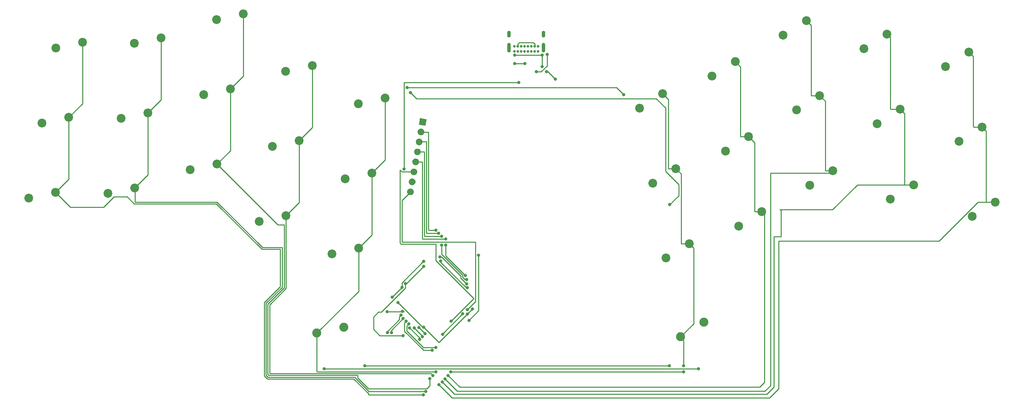
<source format=gtl>
%TF.GenerationSoftware,KiCad,Pcbnew,5.1.6*%
%TF.CreationDate,2020-09-20T21:14:21+03:00*%
%TF.ProjectId,Ball40,42616c6c-3430-42e6-9b69-6361645f7063,rev?*%
%TF.SameCoordinates,Original*%
%TF.FileFunction,Copper,L1,Top*%
%TF.FilePolarity,Positive*%
%FSLAX46Y46*%
G04 Gerber Fmt 4.6, Leading zero omitted, Abs format (unit mm)*
G04 Created by KiCad (PCBNEW 5.1.6) date 2020-09-20 21:14:21*
%MOMM*%
%LPD*%
G01*
G04 APERTURE LIST*
%TA.AperFunction,ComponentPad*%
%ADD10C,2.250000*%
%TD*%
%TA.AperFunction,ComponentPad*%
%ADD11C,2.200000*%
%TD*%
%TA.AperFunction,ComponentPad*%
%ADD12C,0.650000*%
%TD*%
%TA.AperFunction,ComponentPad*%
%ADD13O,0.900000X2.400000*%
%TD*%
%TA.AperFunction,ComponentPad*%
%ADD14O,0.900000X1.700000*%
%TD*%
%TA.AperFunction,ComponentPad*%
%ADD15C,0.100000*%
%TD*%
%TA.AperFunction,ViaPad*%
%ADD16C,0.800000*%
%TD*%
%TA.AperFunction,Conductor*%
%ADD17C,0.250000*%
%TD*%
G04 APERTURE END LIST*
D10*
%TO.P,MX32,2*%
%TO.N,Net-(D32-Pad2)*%
X193643279Y-127779110D03*
%TO.P,MX32,1*%
%TO.N,COL5*%
X187830816Y-131383188D03*
%TD*%
%TO.P,MX31,2*%
%TO.N,Net-(D31-Pad2)*%
X103536721Y-129049110D03*
%TO.P,MX31,1*%
%TO.N,COL4*%
X96842126Y-130447856D03*
%TD*%
D11*
%TO.P,MX30,2*%
%TO.N,Net-(D30-Pad2)*%
X260760537Y-101267078D03*
%TO.P,MX30,1*%
%TO.N,COL9*%
X266573000Y-97663000D03*
%TD*%
%TO.P,MX29,2*%
%TO.N,Net-(D29-Pad2)*%
X240313537Y-96949078D03*
%TO.P,MX29,1*%
%TO.N,COL8*%
X246126000Y-93345000D03*
%TD*%
%TO.P,MX28,2*%
%TO.N,Net-(D28-Pad2)*%
X220120537Y-93410188D03*
%TO.P,MX28,1*%
%TO.N,COL7*%
X225933000Y-89806110D03*
%TD*%
%TO.P,MX27,2*%
%TO.N,Net-(D27-Pad2)*%
X202340537Y-103680078D03*
%TO.P,MX27,1*%
%TO.N,COL6*%
X208153000Y-100076000D03*
%TD*%
%TO.P,MX26,2*%
%TO.N,Net-(D26-Pad2)*%
X184179537Y-111681078D03*
%TO.P,MX26,1*%
%TO.N,COL5*%
X189992000Y-108077000D03*
%TD*%
%TO.P,MX25,2*%
%TO.N,Net-(D25-Pad2)*%
X100574948Y-110628989D03*
%TO.P,MX25,1*%
%TO.N,COL4*%
X107269544Y-109230243D03*
%TD*%
%TO.P,MX24,2*%
%TO.N,Net-(D24-Pad2)*%
X82413948Y-102500989D03*
%TO.P,MX24,1*%
%TO.N,COL3*%
X89108544Y-101102243D03*
%TD*%
%TO.P,MX23,2*%
%TO.N,Net-(D23-Pad2)*%
X65141948Y-89536746D03*
%TO.P,MX23,1*%
%TO.N,COL2*%
X71836544Y-88138000D03*
%TD*%
%TO.P,MX22,2*%
%TO.N,Net-(D22-Pad2)*%
X44567948Y-95505746D03*
%TO.P,MX22,1*%
%TO.N,COL1*%
X51262544Y-94107000D03*
%TD*%
%TO.P,MX21,2*%
%TO.N,Net-(D21-Pad2)*%
X257458537Y-82471078D03*
%TO.P,MX21,1*%
%TO.N,COL9*%
X263271000Y-78867000D03*
%TD*%
%TO.P,MX20,2*%
%TO.N,Net-(D20-Pad2)*%
X236979816Y-78043188D03*
%TO.P,MX20,1*%
%TO.N,COL8*%
X242792279Y-74439110D03*
%TD*%
%TO.P,MX19,2*%
%TO.N,Net-(D19-Pad2)*%
X216818537Y-74597078D03*
%TO.P,MX19,1*%
%TO.N,COL7*%
X222631000Y-70993000D03*
%TD*%
%TO.P,MX18,2*%
%TO.N,Net-(D18-Pad2)*%
X199038537Y-84884078D03*
%TO.P,MX18,1*%
%TO.N,COL6*%
X204851000Y-81280000D03*
%TD*%
%TO.P,MX17,2*%
%TO.N,Net-(D17-Pad2)*%
X180845816Y-92902188D03*
%TO.P,MX17,1*%
%TO.N,COL5*%
X186658279Y-89298110D03*
%TD*%
%TO.P,MX16,2*%
%TO.N,Net-(D16-Pad2)*%
X103876948Y-91832989D03*
%TO.P,MX16,1*%
%TO.N,COL4*%
X110571544Y-90434243D03*
%TD*%
%TO.P,MX15,2*%
%TO.N,Net-(D15-Pad2)*%
X85715948Y-83704989D03*
%TO.P,MX15,1*%
%TO.N,COL3*%
X92410544Y-82306243D03*
%TD*%
%TO.P,MX14,2*%
%TO.N,Net-(D14-Pad2)*%
X68489404Y-70740746D03*
%TO.P,MX14,1*%
%TO.N,COL2*%
X75184000Y-69342000D03*
%TD*%
%TO.P,MX13,2*%
%TO.N,Net-(D13-Pad2)*%
X47869948Y-76719989D03*
%TO.P,MX13,1*%
%TO.N,COL1*%
X54564544Y-75321243D03*
%TD*%
%TO.P,MX12,2*%
%TO.N,Net-(D12-Pad2)*%
X254124816Y-63692188D03*
%TO.P,MX12,1*%
%TO.N,COL9*%
X259937279Y-60088110D03*
%TD*%
%TO.P,MX11,2*%
%TO.N,Net-(D11-Pad2)*%
X233677816Y-59247188D03*
%TO.P,MX11,1*%
%TO.N,COL8*%
X239490279Y-55643110D03*
%TD*%
%TO.P,MX10,2*%
%TO.N,Net-(D10-Pad2)*%
X213484816Y-55818188D03*
%TO.P,MX10,1*%
%TO.N,COL7*%
X219297279Y-52214110D03*
%TD*%
%TO.P,MX9,2*%
%TO.N,Net-(D9-Pad2)*%
X24755948Y-96658989D03*
%TO.P,MX9,1*%
%TO.N,COL0*%
X31450544Y-95260243D03*
%TD*%
%TO.P,MX8,2*%
%TO.N,Net-(D8-Pad2)*%
X195704816Y-66105188D03*
%TO.P,MX8,1*%
%TO.N,COL6*%
X201517279Y-62501110D03*
%TD*%
%TO.P,MX7,2*%
%TO.N,Net-(D7-Pad2)*%
X177543816Y-74106188D03*
%TO.P,MX7,1*%
%TO.N,COL5*%
X183356279Y-70502110D03*
%TD*%
%TO.P,MX6,2*%
%TO.N,Net-(D6-Pad2)*%
X107178948Y-73036989D03*
%TO.P,MX6,1*%
%TO.N,COL4*%
X113873544Y-71638243D03*
%TD*%
%TO.P,MX5,2*%
%TO.N,Net-(D5-Pad2)*%
X28057948Y-77862989D03*
%TO.P,MX5,1*%
%TO.N,COL0*%
X34752544Y-76464243D03*
%TD*%
%TO.P,MX4,2*%
%TO.N,Net-(D4-Pad2)*%
X89017948Y-64908989D03*
%TO.P,MX4,1*%
%TO.N,COL3*%
X95712544Y-63510243D03*
%TD*%
%TO.P,MX3,2*%
%TO.N,Net-(D3-Pad2)*%
X71745948Y-51954989D03*
%TO.P,MX3,1*%
%TO.N,COL2*%
X78440544Y-50556243D03*
%TD*%
%TO.P,MX2,2*%
%TO.N,Net-(D2-Pad2)*%
X51171948Y-57923989D03*
%TO.P,MX2,1*%
%TO.N,COL1*%
X57866544Y-56525243D03*
%TD*%
%TO.P,MX1,2*%
%TO.N,Net-(D1-Pad2)*%
X31486948Y-59066989D03*
%TO.P,MX1,1*%
%TO.N,COL0*%
X38181544Y-57668243D03*
%TD*%
D12*
%TO.P,J2,A5*%
%TO.N,Net-(J2-PadA5)*%
X147950000Y-59948000D03*
%TO.P,J2,A1*%
%TO.N,GND*%
X146250000Y-59948000D03*
%TO.P,J2,A4*%
%TO.N,VBUS*%
X147100000Y-59948000D03*
%TO.P,J2,A6*%
%TO.N,DBUS+*%
X148800000Y-59948000D03*
%TO.P,J2,A7*%
%TO.N,DBUS-*%
X149650000Y-59948000D03*
%TO.P,J2,A8*%
%TO.N,Net-(J2-PadA8)*%
X150500000Y-59948000D03*
%TO.P,J2,A9*%
%TO.N,VBUS*%
X151350000Y-59948000D03*
%TO.P,J2,A12*%
%TO.N,GND*%
X152200000Y-59948000D03*
%TO.P,J2,B12*%
X146250000Y-58623000D03*
%TO.P,J2,B9*%
%TO.N,VBUS*%
X147105000Y-58623000D03*
%TO.P,J2,B8*%
%TO.N,Net-(J2-PadB8)*%
X147955000Y-58623000D03*
%TO.P,J2,B7*%
%TO.N,DBUS-*%
X148805000Y-58623000D03*
%TO.P,J2,B6*%
%TO.N,DBUS+*%
X149655000Y-58623000D03*
%TO.P,J2,B5*%
%TO.N,Net-(J2-PadB5)*%
X150505000Y-58623000D03*
%TO.P,J2,B4*%
%TO.N,VBUS*%
X151355000Y-58623000D03*
%TO.P,J2,B1*%
%TO.N,GND*%
X152205000Y-58623000D03*
D13*
%TO.P,J2,S1*%
X144900000Y-58968000D03*
X153550000Y-58968000D03*
D14*
X144900000Y-55588000D03*
X153550000Y-55588000D03*
%TD*%
%TO.P,J1,8*%
%TO.N,Net-(J1-Pad8)*%
%TA.AperFunction,ComponentPad*%
G36*
G01*
X119392448Y-94959281D02*
X119392448Y-94959281D01*
G75*
G02*
X120377136Y-94269795I837087J-147601D01*
G01*
X120377136Y-94269795D01*
G75*
G02*
X121066622Y-95254483I-147601J-837087D01*
G01*
X121066622Y-95254483D01*
G75*
G02*
X120081934Y-95943969I-837087J147601D01*
G01*
X120081934Y-95943969D01*
G75*
G02*
X119392448Y-94959281I147601J837087D01*
G01*
G37*
%TD.AperFunction*%
%TO.P,J1,7*%
%TO.N,GND*%
%TA.AperFunction,ComponentPad*%
G36*
G01*
X119833515Y-92457869D02*
X119833515Y-92457869D01*
G75*
G02*
X120818203Y-91768383I837087J-147601D01*
G01*
X120818203Y-91768383D01*
G75*
G02*
X121507689Y-92753071I-147601J-837087D01*
G01*
X121507689Y-92753071D01*
G75*
G02*
X120523001Y-93442557I-837087J147601D01*
G01*
X120523001Y-93442557D01*
G75*
G02*
X119833515Y-92457869I147601J837087D01*
G01*
G37*
%TD.AperFunction*%
%TO.P,J1,6*%
%TO.N,Net-(J1-Pad6)*%
%TA.AperFunction,ComponentPad*%
G36*
G01*
X120274581Y-89956457D02*
X120274581Y-89956457D01*
G75*
G02*
X121259269Y-89266971I837087J-147601D01*
G01*
X121259269Y-89266971D01*
G75*
G02*
X121948755Y-90251659I-147601J-837087D01*
G01*
X121948755Y-90251659D01*
G75*
G02*
X120964067Y-90941145I-837087J147601D01*
G01*
X120964067Y-90941145D01*
G75*
G02*
X120274581Y-89956457I147601J837087D01*
G01*
G37*
%TD.AperFunction*%
%TO.P,J1,5*%
%TO.N,Net-(J1-Pad5)*%
%TA.AperFunction,ComponentPad*%
G36*
G01*
X120715648Y-87455046D02*
X120715648Y-87455046D01*
G75*
G02*
X121700336Y-86765560I837087J-147601D01*
G01*
X121700336Y-86765560D01*
G75*
G02*
X122389822Y-87750248I-147601J-837087D01*
G01*
X122389822Y-87750248D01*
G75*
G02*
X121405134Y-88439734I-837087J147601D01*
G01*
X121405134Y-88439734D01*
G75*
G02*
X120715648Y-87455046I147601J837087D01*
G01*
G37*
%TD.AperFunction*%
%TO.P,J1,4*%
%TO.N,Net-(J1-Pad4)*%
%TA.AperFunction,ComponentPad*%
G36*
G01*
X121156714Y-84953634D02*
X121156714Y-84953634D01*
G75*
G02*
X122141402Y-84264148I837087J-147601D01*
G01*
X122141402Y-84264148D01*
G75*
G02*
X122830888Y-85248836I-147601J-837087D01*
G01*
X122830888Y-85248836D01*
G75*
G02*
X121846200Y-85938322I-837087J147601D01*
G01*
X121846200Y-85938322D01*
G75*
G02*
X121156714Y-84953634I147601J837087D01*
G01*
G37*
%TD.AperFunction*%
%TO.P,J1,3*%
%TO.N,Net-(J1-Pad3)*%
%TA.AperFunction,ComponentPad*%
G36*
G01*
X121597780Y-82452222D02*
X121597780Y-82452222D01*
G75*
G02*
X122582468Y-81762736I837087J-147601D01*
G01*
X122582468Y-81762736D01*
G75*
G02*
X123271954Y-82747424I-147601J-837087D01*
G01*
X123271954Y-82747424D01*
G75*
G02*
X122287266Y-83436910I-837087J147601D01*
G01*
X122287266Y-83436910D01*
G75*
G02*
X121597780Y-82452222I147601J837087D01*
G01*
G37*
%TD.AperFunction*%
%TO.P,J1,2*%
%TO.N,Net-(J1-Pad2)*%
%TA.AperFunction,ComponentPad*%
G36*
G01*
X122038847Y-79950811D02*
X122038847Y-79950811D01*
G75*
G02*
X123023535Y-79261325I837087J-147601D01*
G01*
X123023535Y-79261325D01*
G75*
G02*
X123713021Y-80246013I-147601J-837087D01*
G01*
X123713021Y-80246013D01*
G75*
G02*
X122728333Y-80935499I-837087J147601D01*
G01*
X122728333Y-80935499D01*
G75*
G02*
X122038847Y-79950811I147601J837087D01*
G01*
G37*
%TD.AperFunction*%
%TA.AperFunction,ComponentPad*%
D15*
%TO.P,J1,1*%
%TO.N,+5V*%
G36*
X122332312Y-78286486D02*
G01*
X122627514Y-76612312D01*
X124301688Y-76907514D01*
X124006486Y-78581688D01*
X122332312Y-78286486D01*
G37*
%TD.AperFunction*%
%TD*%
D16*
%TO.N,GND*%
X153162000Y-63754000D03*
X153162000Y-60870000D03*
X146304000Y-60833000D03*
X123571000Y-113792000D03*
X118999000Y-118110000D03*
X133280961Y-125660961D03*
X128270000Y-130810000D03*
X118618000Y-89379058D03*
X147320000Y-67691000D03*
X118391913Y-131091913D03*
X134874000Y-127277258D03*
X137261020Y-110998000D03*
%TO.N,+5V*%
X118110000Y-118999000D03*
X123571000Y-112522000D03*
X134493000Y-125730000D03*
X123537274Y-128998274D03*
X135763000Y-124460000D03*
X115657348Y-121499348D03*
X117094000Y-122809000D03*
%TO.N,ROW0*%
X119380000Y-68961000D03*
X173609000Y-70739000D03*
%TO.N,ROW1*%
X120269000Y-70231000D03*
X185139933Y-98265481D03*
%TO.N,ROW2*%
X108839000Y-138684000D03*
X185039000Y-138684000D03*
%TO.N,ROW3*%
X98679000Y-139446000D03*
X192278000Y-139446000D03*
%TO.N,Net-(J1-Pad8)*%
X134493000Y-124587000D03*
%TO.N,Net-(J1-Pad6)*%
X130408617Y-127508000D03*
%TO.N,Net-(J1-Pad5)*%
X134010980Y-116095795D03*
X129032000Y-108421000D03*
X129032000Y-106934000D03*
%TO.N,Net-(J1-Pad4)*%
X134343322Y-117073673D03*
X128033175Y-108469499D03*
X128016000Y-106209000D03*
%TO.N,Net-(J1-Pad3)*%
X134296884Y-118145417D03*
X127647847Y-111394378D03*
X127254000Y-105484000D03*
%TO.N,Net-(J1-Pad2)*%
X134493000Y-119126000D03*
X127798983Y-112382893D03*
X126586835Y-104739087D03*
%TO.N,DBUS+*%
X156464000Y-66838002D03*
X154264000Y-64963000D03*
X148844000Y-62992000D03*
X146375000Y-62992000D03*
%TO.N,Net-(J2-PadB5)*%
X151765000Y-65024000D03*
X154432000Y-60706000D03*
%TO.N,COL0*%
X118253010Y-125025167D03*
X114427000Y-125095000D03*
X123444000Y-145923000D03*
%TO.N,COL1*%
X117883776Y-125954505D03*
X114488427Y-130366913D03*
X124079000Y-145131249D03*
%TO.N,COL2*%
X118419256Y-126799055D03*
X115488412Y-130361181D03*
X125095000Y-141859000D03*
%TO.N,COL3*%
X119115604Y-127516762D03*
X125714042Y-134800000D03*
X125857000Y-141097000D03*
%TO.N,COL4*%
X119873579Y-128169048D03*
X126619000Y-134075000D03*
X126619000Y-140171000D03*
%TO.N,COL5*%
X130302000Y-140208000D03*
X188595000Y-140208000D03*
X188595000Y-138684000D03*
%TO.N,COL6*%
X129667000Y-141097000D03*
%TO.N,COL7*%
X122359847Y-129100153D03*
X123927580Y-130658580D03*
X128905000Y-141986000D03*
%TO.N,COL8*%
X121158000Y-129159000D03*
X123220471Y-131365688D03*
X128197892Y-142693108D03*
%TO.N,COL9*%
X120015000Y-129159000D03*
X122513363Y-132072796D03*
X127381000Y-143383000D03*
%TD*%
D17*
%TO.N,GND*%
X153162000Y-63754000D02*
X153162000Y-60870000D01*
X146341000Y-60870000D02*
X146304000Y-60833000D01*
X153162000Y-60870000D02*
X146341000Y-60870000D01*
X119253000Y-118110000D02*
X118999000Y-118110000D01*
X123571000Y-113792000D02*
X119253000Y-118110000D01*
X128270000Y-130671922D02*
X128270000Y-130810000D01*
X133280961Y-125660961D02*
X128270000Y-130671922D01*
X118618000Y-89379058D02*
X118618000Y-80162190D01*
X118618000Y-80162190D02*
X118618000Y-67691000D01*
X118618000Y-67691000D02*
X147320000Y-67691000D01*
X110993109Y-126435705D02*
X110993109Y-129535109D01*
X112198937Y-125229877D02*
X110993109Y-126435705D01*
X112952125Y-125229877D02*
X112198937Y-125229877D01*
X118999000Y-119183002D02*
X112952125Y-125229877D01*
X118999000Y-118110000D02*
X118999000Y-119183002D01*
X112549913Y-131091913D02*
X118391913Y-131091913D01*
X110993109Y-129535109D02*
X112549913Y-131091913D01*
X137261020Y-124890238D02*
X137261020Y-110998000D01*
X134874000Y-127277258D02*
X137261020Y-124890238D01*
%TO.N,+5V*%
X123513998Y-112522000D02*
X123571000Y-112522000D01*
X118110000Y-117925998D02*
X123513998Y-112522000D01*
X118110000Y-118999000D02*
X118110000Y-117925998D01*
X134493000Y-125730000D02*
X127381000Y-132842000D01*
X127381000Y-132842000D02*
X123571000Y-129032000D01*
X123571000Y-129032000D02*
X123537274Y-128998274D01*
X135763000Y-124460000D02*
X134493000Y-125730000D01*
X115657348Y-121451652D02*
X115657348Y-121499348D01*
X118110000Y-118999000D02*
X115657348Y-121451652D01*
X123283274Y-128998274D02*
X123537274Y-128998274D01*
X117094000Y-122809000D02*
X123283274Y-128998274D01*
%TO.N,ROW0*%
X171831000Y-68961000D02*
X173609000Y-70739000D01*
X119380000Y-68961000D02*
X171831000Y-68961000D01*
%TO.N,ROW1*%
X187364001Y-96041413D02*
X185139933Y-98265481D01*
X184062001Y-89955001D02*
X187364001Y-93257001D01*
X184062001Y-74080001D02*
X184062001Y-89955001D01*
X187364001Y-93257001D02*
X187364001Y-96041413D01*
X181737000Y-71755000D02*
X184062001Y-74080001D01*
X121793000Y-71755000D02*
X181737000Y-71755000D01*
X120269000Y-70231000D02*
X121793000Y-71755000D01*
%TO.N,ROW2*%
X108839000Y-138684000D02*
X185039000Y-138684000D01*
%TO.N,ROW3*%
X98679000Y-139446000D02*
X192278000Y-139446000D01*
%TO.N,VBUS*%
X150984001Y-57729001D02*
X151384000Y-58129000D01*
X147465999Y-57729001D02*
X150984001Y-57729001D01*
X147066000Y-58129000D02*
X147465999Y-57729001D01*
X147066000Y-58584000D02*
X147105000Y-58623000D01*
X147066000Y-58129000D02*
X147066000Y-58584000D01*
X151384000Y-58594000D02*
X151355000Y-58623000D01*
X151384000Y-58129000D02*
X151384000Y-58594000D01*
%TO.N,Net-(J1-Pad8)*%
X136536020Y-122543980D02*
X136536020Y-118355800D01*
X134493000Y-124587000D02*
X136536020Y-122543980D01*
X136536020Y-118355800D02*
X136536020Y-109093000D01*
X136536020Y-108906600D02*
X136525000Y-108895580D01*
X136536020Y-109093000D02*
X136536020Y-108906600D01*
X136536020Y-108906600D02*
X136536020Y-107707020D01*
X136536020Y-107707020D02*
X136525000Y-107696000D01*
X136525000Y-107696000D02*
X118110000Y-107696000D01*
X118110000Y-97226417D02*
X120229535Y-95106882D01*
X118110000Y-107696000D02*
X118110000Y-97226417D01*
%TO.N,Net-(J1-Pad6)*%
X130408617Y-127508000D02*
X136086010Y-121830607D01*
X136086010Y-121792012D02*
X126619000Y-112325002D01*
X136086010Y-121830607D02*
X136086010Y-121792012D01*
X117659990Y-107882400D02*
X117659990Y-89604010D01*
X117923600Y-108146010D02*
X117659990Y-107882400D01*
X126561010Y-108146010D02*
X117923600Y-108146010D01*
X126619000Y-108204000D02*
X126561010Y-108146010D01*
X126619000Y-112325002D02*
X126619000Y-108204000D01*
X118160038Y-90104058D02*
X121111668Y-90104058D01*
X117659990Y-89604010D02*
X118160038Y-90104058D01*
%TO.N,Net-(J1-Pad5)*%
X134010980Y-116095795D02*
X129040185Y-111125000D01*
X129040185Y-108429185D02*
X129032000Y-108421000D01*
X129040185Y-111125000D02*
X129040185Y-108429185D01*
X121580088Y-87630000D02*
X121552735Y-87602647D01*
X123190000Y-87630000D02*
X121580088Y-87630000D01*
X123190000Y-106934000D02*
X123190000Y-87630000D01*
X129032000Y-106934000D02*
X123190000Y-106934000D01*
%TO.N,Net-(J1-Pad4)*%
X134343322Y-117073673D02*
X134513327Y-117073673D01*
X133915856Y-117073673D02*
X133285979Y-116443796D01*
X134343322Y-117073673D02*
X133915856Y-117073673D01*
X133285979Y-116443796D02*
X133285979Y-116007204D01*
X128033175Y-110754400D02*
X128033175Y-108469499D01*
X133285979Y-116007204D02*
X128033175Y-110754400D01*
X128016000Y-106209000D02*
X123735000Y-106209000D01*
X123735000Y-106209000D02*
X123698000Y-106172000D01*
X123698000Y-106172000D02*
X123698000Y-85090000D01*
X122005036Y-85090000D02*
X121993801Y-85101235D01*
X123698000Y-85090000D02*
X122005036Y-85090000D01*
%TO.N,Net-(J1-Pad3)*%
X134296884Y-118145417D02*
X132778167Y-116626700D01*
X132778167Y-116522833D02*
X132835969Y-116465031D01*
X132778167Y-116626700D02*
X132778167Y-116522833D01*
X132835969Y-116465031D02*
X132835969Y-116193604D01*
X128036743Y-111394378D02*
X127647847Y-111394378D01*
X132835969Y-116193604D02*
X128036743Y-111394378D01*
X127254000Y-105484000D02*
X124280000Y-105484000D01*
X124280000Y-105484000D02*
X124206000Y-105410000D01*
X124206000Y-105410000D02*
X124206000Y-82550000D01*
X122484690Y-82550000D02*
X122434867Y-82599823D01*
X124206000Y-82550000D02*
X122484690Y-82550000D01*
%TO.N,Net-(J1-Pad2)*%
X127798983Y-112720518D02*
X127798983Y-112382893D01*
X134204465Y-119126000D02*
X127798983Y-112720518D01*
X134493000Y-119126000D02*
X134204465Y-119126000D01*
X126586835Y-104739087D02*
X124805087Y-104739087D01*
X124805087Y-104739087D02*
X124714000Y-104648000D01*
X124714000Y-104648000D02*
X124714000Y-80137000D01*
X122914522Y-80137000D02*
X122875934Y-80098412D01*
X124714000Y-80137000D02*
X122914522Y-80137000D01*
%TO.N,DBUS+*%
X154588998Y-64963000D02*
X154264000Y-64963000D01*
X156464000Y-66838002D02*
X154588998Y-64963000D01*
X148844000Y-62992000D02*
X146375000Y-62992000D01*
%TO.N,Net-(J2-PadB5)*%
X154432000Y-63557002D02*
X154432000Y-60706000D01*
X152965002Y-65024000D02*
X154432000Y-63557002D01*
X151765000Y-65024000D02*
X152965002Y-65024000D01*
%TO.N,COL0*%
X38181544Y-73035243D02*
X34752544Y-76464243D01*
X38181544Y-57668243D02*
X38181544Y-73035243D01*
X34752544Y-91958243D02*
X31450544Y-95260243D01*
X34752544Y-76464243D02*
X34752544Y-91958243D01*
X118618000Y-125095000D02*
X117670279Y-125095000D01*
X117670279Y-125095000D02*
X114427000Y-125095000D01*
X35151926Y-98961625D02*
X31450544Y-95260243D01*
X43440177Y-98961625D02*
X35151926Y-98961625D01*
X46058046Y-96343756D02*
X43440177Y-98961625D01*
X123444000Y-145923000D02*
X109728000Y-145923000D01*
X84435808Y-141971037D02*
X83644982Y-141180208D01*
X109728000Y-145923000D02*
X109728000Y-145628978D01*
X49352346Y-96343756D02*
X46058046Y-96343756D01*
X106070061Y-141971039D02*
X84435808Y-141971037D01*
X109728000Y-145628978D02*
X106070061Y-141971039D01*
X51121600Y-98113010D02*
X49352346Y-96343756D01*
X83644982Y-141180208D02*
X83644983Y-122852787D01*
X83644983Y-122852787D02*
X87687990Y-118809780D01*
X87687990Y-109531990D02*
X87641020Y-109485020D01*
X87687990Y-118809780D02*
X87687990Y-109531990D01*
X87641020Y-109485020D02*
X83049916Y-109485019D01*
X83049916Y-109485019D02*
X71677907Y-98113010D01*
X71677907Y-98113010D02*
X51121600Y-98113010D01*
%TO.N,COL1*%
X54564544Y-90805000D02*
X51262544Y-94107000D01*
X54564544Y-75321243D02*
X54564544Y-90805000D01*
X57866544Y-72019243D02*
X54564544Y-75321243D01*
X57866544Y-56525243D02*
X57866544Y-72019243D01*
X114488427Y-130093474D02*
X114488427Y-130366913D01*
X117483777Y-127098124D02*
X114488427Y-130093474D01*
X117483777Y-126354504D02*
X117483777Y-127098124D01*
X117883776Y-125954505D02*
X117483777Y-126354504D01*
X109866681Y-145131249D02*
X106426000Y-141690568D01*
X124079000Y-145131249D02*
X109866681Y-145131249D01*
X106426000Y-141690568D02*
X106426000Y-141521030D01*
X84622209Y-141521029D02*
X84094991Y-140993809D01*
X106426000Y-141521030D02*
X84622209Y-141521029D01*
X84094991Y-140993809D02*
X84094992Y-123039188D01*
X84094992Y-123039188D02*
X88138000Y-118996180D01*
X88138000Y-109093000D02*
X88195990Y-109035010D01*
X88138000Y-118996180D02*
X88138000Y-109093000D01*
X83236317Y-109035010D02*
X71864307Y-97663000D01*
X88195990Y-109035010D02*
X83236317Y-109035010D01*
X71864307Y-97663000D02*
X51308000Y-97663000D01*
X51308000Y-94152456D02*
X51262544Y-94107000D01*
X51308000Y-97663000D02*
X51308000Y-94152456D01*
%TO.N,COL2*%
X78440544Y-66085456D02*
X75184000Y-69342000D01*
X78440544Y-50556243D02*
X78440544Y-66085456D01*
X75184000Y-84790544D02*
X71836544Y-88138000D01*
X75184000Y-69342000D02*
X75184000Y-84790544D01*
X115488412Y-129729899D02*
X115488412Y-130361181D01*
X118419256Y-126799055D02*
X115488412Y-129729899D01*
X87076544Y-103378000D02*
X71836544Y-88138000D01*
X88646000Y-103378000D02*
X87076544Y-103378000D01*
X88646000Y-119124590D02*
X88646000Y-103378000D01*
X84545001Y-123225589D02*
X88646000Y-119124590D01*
X84545000Y-140807410D02*
X84545001Y-123225589D01*
X107061000Y-141071020D02*
X84808610Y-141071020D01*
X84808610Y-141071020D02*
X84545000Y-140807410D01*
X107061000Y-141689158D02*
X107061000Y-141071020D01*
X124325751Y-144406249D02*
X109778091Y-144406249D01*
X125095000Y-143637000D02*
X124325751Y-144406249D01*
X109778091Y-144406249D02*
X107061000Y-141689158D01*
X125095000Y-141859000D02*
X125095000Y-143637000D01*
%TO.N,COL3*%
X95712544Y-79004243D02*
X92410544Y-82306243D01*
X95712544Y-63510243D02*
X95712544Y-79004243D01*
X92410544Y-97800243D02*
X89108544Y-101102243D01*
X92410544Y-82306243D02*
X92410544Y-97800243D01*
X123531155Y-134800000D02*
X125714042Y-134800000D01*
X118715605Y-129984450D02*
X123531155Y-134800000D01*
X118715605Y-127916761D02*
X118715605Y-129984450D01*
X119115604Y-127516762D02*
X118715605Y-127916761D01*
X125857000Y-141097000D02*
X125381010Y-140621010D01*
X125381010Y-140621010D02*
X84995010Y-140621010D01*
X84995010Y-140621010D02*
X84995010Y-123411990D01*
X89108544Y-119298456D02*
X89108544Y-101102243D01*
X84995010Y-123411990D02*
X89108544Y-119298456D01*
%TO.N,COL4*%
X113873544Y-87132243D02*
X110571544Y-90434243D01*
X113873544Y-71638243D02*
X113873544Y-87132243D01*
X110571544Y-105928243D02*
X107269544Y-109230243D01*
X110571544Y-90434243D02*
X110571544Y-105928243D01*
X107269544Y-120020438D02*
X96842126Y-130447856D01*
X107269544Y-109230243D02*
X107269544Y-120020438D01*
X123442565Y-134075000D02*
X126619000Y-134075000D01*
X119289999Y-129922434D02*
X123442565Y-134075000D01*
X119289999Y-128752628D02*
X119289999Y-129922434D01*
X119873579Y-128169048D02*
X119289999Y-128752628D01*
X126619000Y-140171000D02*
X96938000Y-140171000D01*
X96842126Y-140075126D02*
X96842126Y-130447856D01*
X96938000Y-140171000D02*
X96842126Y-140075126D01*
%TO.N,COL5*%
X183356279Y-70502110D02*
X184785000Y-71930831D01*
X184785000Y-71930831D02*
X184785000Y-89281000D01*
X186641169Y-89281000D02*
X186658279Y-89298110D01*
X184785000Y-89281000D02*
X186641169Y-89281000D01*
X186658279Y-89298110D02*
X187960000Y-90599831D01*
X187960000Y-90599831D02*
X187960000Y-108077000D01*
X187960000Y-108077000D02*
X189992000Y-108077000D01*
X191091999Y-128122005D02*
X187830816Y-131383188D01*
X191091999Y-109176999D02*
X191091999Y-128122005D01*
X189992000Y-108077000D02*
X191091999Y-109176999D01*
X130302000Y-140208000D02*
X188595000Y-140208000D01*
X188595000Y-132147372D02*
X187830816Y-131383188D01*
X188595000Y-138684000D02*
X188595000Y-132147372D01*
%TO.N,COL6*%
X201517279Y-62501110D02*
X202819000Y-63802831D01*
X202819000Y-63802831D02*
X202819000Y-81280000D01*
X202819000Y-81280000D02*
X204851000Y-81280000D01*
X204851000Y-81280000D02*
X206375000Y-82804000D01*
X206375000Y-82804000D02*
X206375000Y-100076000D01*
X206375000Y-100076000D02*
X208153000Y-100076000D01*
X132588382Y-144018382D02*
X207644618Y-144018382D01*
X129667000Y-141097000D02*
X132588382Y-144018382D01*
X208858722Y-100781722D02*
X208153000Y-100076000D01*
X208858722Y-142804278D02*
X208858722Y-100781722D01*
X207644618Y-144018382D02*
X208858722Y-142804278D01*
%TO.N,COL7*%
X219297279Y-52214110D02*
X220472000Y-53388831D01*
X220472000Y-53388831D02*
X220472000Y-70993000D01*
X220472000Y-70993000D02*
X222631000Y-70993000D01*
X222631000Y-70993000D02*
X224028000Y-72390000D01*
X224028000Y-72390000D02*
X224028000Y-89789000D01*
X225915890Y-89789000D02*
X225933000Y-89806110D01*
X224028000Y-89789000D02*
X225915890Y-89789000D01*
X122369153Y-129100153D02*
X123927580Y-130658580D01*
X122359847Y-129100153D02*
X122369153Y-129100153D01*
X225315110Y-90424000D02*
X225933000Y-89806110D01*
X210312000Y-90424000D02*
X225315110Y-90424000D01*
X210312000Y-143637000D02*
X210312000Y-90424000D01*
X208915000Y-145034000D02*
X210312000Y-143637000D01*
X131953000Y-145034000D02*
X208915000Y-145034000D01*
X128905000Y-141986000D02*
X131953000Y-145034000D01*
%TO.N,COL8*%
X239490279Y-55643110D02*
X240284000Y-56436831D01*
X240284000Y-56436831D02*
X240284000Y-74295000D01*
X240428110Y-74439110D02*
X242792279Y-74439110D01*
X240284000Y-74295000D02*
X240428110Y-74439110D01*
X243892278Y-75539109D02*
X243892278Y-93292722D01*
X242792279Y-74439110D02*
X243892278Y-75539109D01*
X243944556Y-93345000D02*
X246126000Y-93345000D01*
X243892278Y-93292722D02*
X243944556Y-93345000D01*
X123220471Y-131221471D02*
X123220471Y-131365688D01*
X121158000Y-129159000D02*
X123220471Y-131221471D01*
X225841958Y-99581455D02*
X232078413Y-93345000D01*
X212711545Y-99581455D02*
X225841958Y-99581455D01*
X211201000Y-144018000D02*
X211201000Y-106299000D01*
X232078413Y-93345000D02*
X246126000Y-93345000D01*
X212979000Y-106299000D02*
X212979000Y-99848910D01*
X211201000Y-106299000D02*
X212979000Y-106299000D01*
X209423000Y-145796000D02*
X211201000Y-144018000D01*
X212979000Y-99848910D02*
X212711545Y-99581455D01*
X131300784Y-145796000D02*
X209423000Y-145796000D01*
X128197892Y-142693108D02*
X131300784Y-145796000D01*
%TO.N,COL9*%
X261037278Y-61188109D02*
X261037278Y-78687722D01*
X259937279Y-60088110D02*
X261037278Y-61188109D01*
X261216556Y-78867000D02*
X263271000Y-78867000D01*
X261037278Y-78687722D02*
X261216556Y-78867000D01*
X263271000Y-78867000D02*
X264287000Y-79883000D01*
X264287000Y-79883000D02*
X264287000Y-97663000D01*
X264287000Y-97663000D02*
X266573000Y-97663000D01*
X122513363Y-131657363D02*
X122513363Y-132072796D01*
X120015000Y-129159000D02*
X122513363Y-131657363D01*
X252476613Y-107442000D02*
X262255613Y-97663000D01*
X212344000Y-107442000D02*
X252476613Y-107442000D01*
X262255613Y-97663000D02*
X266573000Y-97663000D01*
X212344000Y-144399000D02*
X212344000Y-107442000D01*
X130683000Y-146685000D02*
X210058000Y-146685000D01*
X210058000Y-146685000D02*
X212344000Y-144399000D01*
X127381000Y-143383000D02*
X130683000Y-146685000D01*
%TD*%
M02*

</source>
